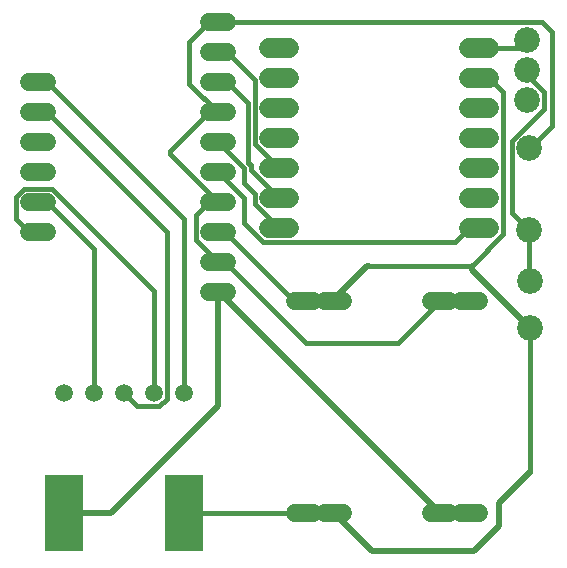
<source format=gbr>
G04 EAGLE Gerber RS-274X export*
G75*
%MOMM*%
%FSLAX34Y34*%
%LPD*%
%INBottom Copper*%
%IPPOS*%
%AMOC8*
5,1,8,0,0,1.08239X$1,22.5*%
G01*
G04 Define Apertures*
%ADD10C,1.700000*%
%ADD11C,1.508000*%
%ADD12R,3.251200X6.451600*%
%ADD13C,1.508000*%
%ADD14C,2.184400*%
%ADD15C,0.508000*%
%ADD16C,0.406400*%
D10*
X533400Y546100D02*
X516400Y546100D01*
X516400Y520700D02*
X533400Y520700D01*
X533400Y495300D02*
X516400Y495300D01*
X516400Y469900D02*
X533400Y469900D01*
X533400Y444500D02*
X516400Y444500D01*
X516400Y419100D02*
X533400Y419100D01*
X533400Y393700D02*
X516400Y393700D01*
X685800Y393700D02*
X702800Y393700D01*
X702800Y419100D02*
X685800Y419100D01*
X685800Y444500D02*
X702800Y444500D01*
X702800Y469900D02*
X685800Y469900D01*
X685800Y495300D02*
X702800Y495300D01*
X702800Y520700D02*
X685800Y520700D01*
X685800Y546100D02*
X702800Y546100D01*
D11*
X480804Y339604D02*
X465724Y339604D01*
X465724Y365004D02*
X480804Y365004D01*
X480804Y390404D02*
X465724Y390404D01*
X465724Y415804D02*
X480804Y415804D01*
X480804Y441204D02*
X465724Y441204D01*
X465724Y466604D02*
X480804Y466604D01*
X480804Y492004D02*
X465724Y492004D01*
X465724Y517404D02*
X480804Y517404D01*
X480804Y542804D02*
X465724Y542804D01*
X465724Y568204D02*
X480804Y568204D01*
X328404Y390404D02*
X313324Y390404D01*
X313324Y415804D02*
X328404Y415804D01*
X328404Y441204D02*
X313324Y441204D01*
X313324Y466604D02*
X328404Y466604D01*
X328404Y492004D02*
X313324Y492004D01*
X313324Y517404D02*
X328404Y517404D01*
X538560Y152400D02*
X553640Y152400D01*
X563960Y152400D02*
X579040Y152400D01*
X653960Y152400D02*
X669040Y152400D01*
X679360Y152400D02*
X694440Y152400D01*
X553640Y332400D02*
X538560Y332400D01*
X563960Y332400D02*
X579040Y332400D01*
X653960Y332400D02*
X669040Y332400D01*
X679360Y332400D02*
X694440Y332400D01*
D12*
X342900Y152400D03*
X444500Y152400D03*
D13*
X342900Y254000D03*
X368300Y254000D03*
X393700Y254000D03*
X419100Y254000D03*
X444500Y254000D03*
D14*
X734850Y502600D03*
X734850Y528000D03*
X734850Y553400D03*
X736600Y461800D03*
X736600Y391800D03*
X737400Y349400D03*
X737400Y309400D03*
D15*
X360000Y152400D02*
X342900Y152400D01*
X360000Y152400D02*
X361696Y152400D01*
D16*
X661500Y152400D02*
X686900Y152400D01*
D15*
X661500Y152400D02*
X474296Y339604D01*
X473264Y339604D01*
X473264Y243264D01*
X382400Y152400D01*
X361696Y152400D01*
D16*
X537308Y332400D02*
X546100Y332400D01*
X537308Y332400D02*
X479304Y390404D01*
X473264Y390404D01*
X570000Y332400D02*
X571500Y332400D01*
X570000Y332400D02*
X546100Y332400D01*
X685800Y520700D02*
X702800Y520700D01*
X688095Y361945D02*
X601045Y361945D01*
D15*
X571500Y152400D02*
X546100Y152400D01*
D16*
X444500Y152400D01*
X737400Y187208D02*
X737400Y309400D01*
D15*
X571500Y152400D02*
X603900Y120000D01*
X690000Y120000D01*
X711300Y141300D01*
X711300Y161108D02*
X737400Y187208D01*
X711300Y161108D02*
X711300Y141300D01*
X688095Y358705D02*
X688095Y361945D01*
X688095Y358705D02*
X737400Y309400D01*
X601045Y361945D02*
X599545Y361945D01*
X570000Y332400D01*
D16*
X714856Y508644D02*
X702800Y520700D01*
X714856Y388706D02*
X688095Y361945D01*
X714856Y388706D02*
X714856Y508644D01*
X625440Y296340D02*
X547968Y296340D01*
X479304Y365004D01*
X473264Y365004D01*
X473264Y415804D02*
X465724Y415804D01*
X454628Y404708D01*
X454628Y383640D01*
X473264Y365004D01*
X473264Y492004D02*
X465724Y492004D01*
X432425Y458705D01*
X432425Y456643D01*
X473264Y415804D01*
X473264Y568204D02*
X465724Y568204D01*
X449075Y551555D01*
X449075Y516193D01*
X473264Y492004D01*
X473264Y568204D02*
X660000Y568204D01*
X663696Y568204D01*
X661500Y332400D02*
X686900Y332400D01*
X661500Y332400D02*
X625440Y296340D01*
X663696Y568204D02*
X747572Y568204D01*
X755776Y560000D01*
X755776Y480000D01*
X737576Y461800D01*
X736600Y461800D01*
X480804Y542804D02*
X473264Y542804D01*
X480804Y542804D02*
X504344Y519264D01*
X504344Y464906D01*
X524750Y444500D01*
X533400Y444500D01*
X480804Y517404D02*
X473264Y517404D01*
X480804Y517404D02*
X498602Y499606D01*
X498602Y449169D01*
X500888Y442962D02*
X524750Y419100D01*
X533400Y419100D01*
X500888Y442962D02*
X500888Y446883D01*
X498602Y449169D01*
X495300Y444568D02*
X473264Y466604D01*
X495300Y444568D02*
X495300Y431800D01*
X504344Y422756D01*
X504344Y414106D01*
X524750Y393700D01*
X533400Y393700D01*
X673744Y381644D02*
X685800Y393700D01*
X673744Y381644D02*
X511406Y381644D01*
X495300Y419168D02*
X473264Y441204D01*
X495300Y419168D02*
X495300Y397750D01*
X511406Y381644D01*
X328404Y415804D02*
X320864Y415804D01*
X328404Y415804D02*
X368300Y375908D01*
X368300Y254000D01*
X328404Y492004D02*
X320864Y492004D01*
X328404Y492004D02*
X430196Y390212D01*
X430196Y249404D01*
X423696Y242904D01*
X404796Y242904D01*
X393700Y254000D01*
X320864Y390404D02*
X313324Y390404D01*
X302228Y401500D01*
X302228Y420400D01*
X308728Y426900D01*
X333000Y426900D01*
X419100Y340800D01*
X419100Y254000D01*
X328404Y517404D02*
X320864Y517404D01*
X328404Y517404D02*
X444500Y401308D01*
X444500Y254000D01*
X727550Y546100D02*
X734850Y553400D01*
X727550Y546100D02*
X685800Y546100D01*
X736600Y391800D02*
X736600Y350200D01*
X737400Y349400D01*
X734850Y523075D02*
X734850Y528000D01*
X734850Y523075D02*
X749328Y508597D01*
X749328Y495003D01*
X722122Y467797D01*
X722122Y406278D01*
X736600Y391800D01*
M02*

</source>
